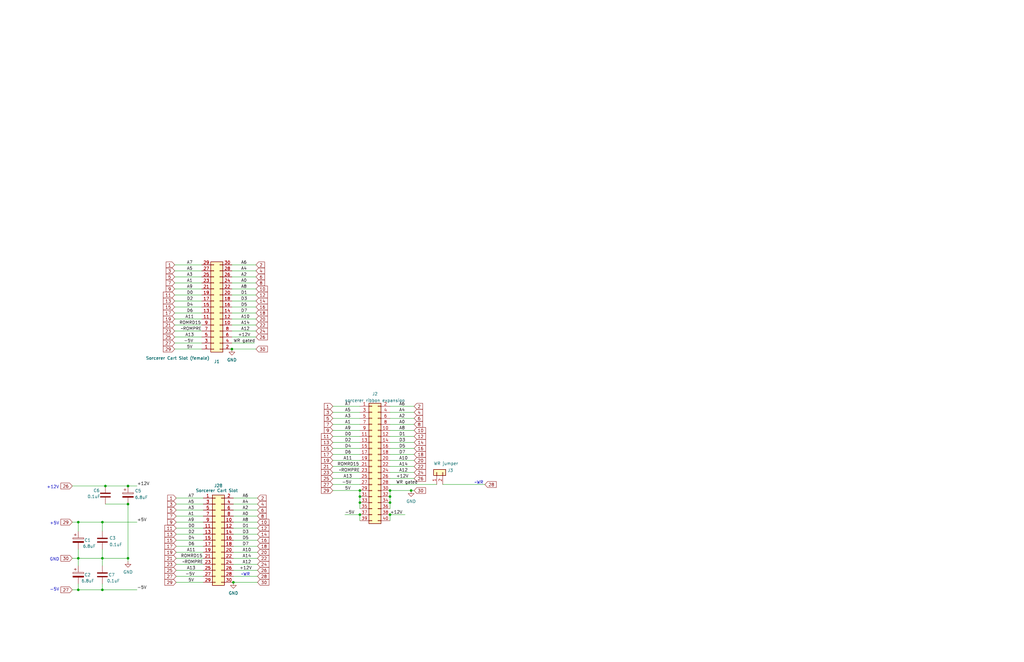
<source format=kicad_sch>
(kicad_sch (version 20211123) (generator eeschema)
  (paper "B")
  (lib_symbols
    (symbol "Connector_Generic:Conn_01x02" (pin_names (offset 1.016) hide)
      (property "Reference" "J" (at 0 2.54 0))
      (property "Value" "Conn_01x02" (at 0 -5.08 0))
      (symbol "Conn_01x02_1_1"
        (rectangle (start -1.27 -2.413) (end 0 -2.667) (stroke (width 0.1524)))
        (rectangle (start -1.27 0.127) (end 0 -0.127) (stroke (width 0.1524)))
        (rectangle (start -1.27 1.27) (end 1.27 -3.81) (stroke (width 0.254)) (fill (type background)))
        (pin passive line (at -5.08 0 0) (length 3.81) (name "Pin_1") (number "1"))
        (pin passive line (at -5.08 -2.54 0) (length 3.81) (name "Pin_2") (number "2"))
      )
    )
    (symbol "Connector_Generic:Conn_02x15_Odd_Even" (pin_names (offset 1.016) hide)
      (property "Reference" "J" (at 1.27 20.32 0))
      (property "Value" "Conn_02x15_Odd_Even" (at 1.27 -20.32 0))
      (symbol "Conn_02x15_Odd_Even_1_1"
        (rectangle (start -1.27 -17.653) (end 0 -17.907) (stroke (width 0.1524)))
        (rectangle (start -1.27 -15.113) (end 0 -15.367) (stroke (width 0.1524)))
        (rectangle (start -1.27 -12.573) (end 0 -12.827) (stroke (width 0.1524)))
        (rectangle (start -1.27 -10.033) (end 0 -10.287) (stroke (width 0.1524)))
        (rectangle (start -1.27 -7.493) (end 0 -7.747) (stroke (width 0.1524)))
        (rectangle (start -1.27 -4.953) (end 0 -5.207) (stroke (width 0.1524)))
        (rectangle (start -1.27 -2.413) (end 0 -2.667) (stroke (width 0.1524)))
        (rectangle (start -1.27 0.127) (end 0 -0.127) (stroke (width 0.1524)))
        (rectangle (start -1.27 2.667) (end 0 2.413) (stroke (width 0.1524)))
        (rectangle (start -1.27 5.207) (end 0 4.953) (stroke (width 0.1524)))
        (rectangle (start -1.27 7.747) (end 0 7.493) (stroke (width 0.1524)))
        (rectangle (start -1.27 10.287) (end 0 10.033) (stroke (width 0.1524)))
        (rectangle (start -1.27 12.827) (end 0 12.573) (stroke (width 0.1524)))
        (rectangle (start -1.27 15.367) (end 0 15.113) (stroke (width 0.1524)))
        (rectangle (start -1.27 17.907) (end 0 17.653) (stroke (width 0.1524)))
        (rectangle (start -1.27 19.05) (end 3.81 -19.05) (stroke (width 0.254)) (fill (type background)))
        (rectangle (start 3.81 -17.653) (end 2.54 -17.907) (stroke (width 0.1524)))
        (rectangle (start 3.81 -15.113) (end 2.54 -15.367) (stroke (width 0.1524)))
        (rectangle (start 3.81 -12.573) (end 2.54 -12.827) (stroke (width 0.1524)))
        (rectangle (start 3.81 -10.033) (end 2.54 -10.287) (stroke (width 0.1524)))
        (rectangle (start 3.81 -7.493) (end 2.54 -7.747) (stroke (width 0.1524)))
        (rectangle (start 3.81 -4.953) (end 2.54 -5.207) (stroke (width 0.1524)))
        (rectangle (start 3.81 -2.413) (end 2.54 -2.667) (stroke (width 0.1524)))
        (rectangle (start 3.81 0.127) (end 2.54 -0.127) (stroke (width 0.1524)))
        (rectangle (start 3.81 2.667) (end 2.54 2.413) (stroke (width 0.1524)))
        (rectangle (start 3.81 5.207) (end 2.54 4.953) (stroke (width 0.1524)))
        (rectangle (start 3.81 7.747) (end 2.54 7.493) (stroke (width 0.1524)))
        (rectangle (start 3.81 10.287) (end 2.54 10.033) (stroke (width 0.1524)))
        (rectangle (start 3.81 12.827) (end 2.54 12.573) (stroke (width 0.1524)))
        (rectangle (start 3.81 15.367) (end 2.54 15.113) (stroke (width 0.1524)))
        (rectangle (start 3.81 17.907) (end 2.54 17.653) (stroke (width 0.1524)))
        (pin passive line (at -5.08 17.78 0) (length 3.81) (name "Pin_1") (number "1"))
        (pin passive line (at 7.62 7.62 180) (length 3.81) (name "Pin_10") (number "10"))
        (pin passive line (at -5.08 5.08 0) (length 3.81) (name "Pin_11") (number "11"))
        (pin passive line (at 7.62 5.08 180) (length 3.81) (name "Pin_12") (number "12"))
        (pin passive line (at -5.08 2.54 0) (length 3.81) (name "Pin_13") (number "13"))
        (pin passive line (at 7.62 2.54 180) (length 3.81) (name "Pin_14") (number "14"))
        (pin passive line (at -5.08 0 0) (length 3.81) (name "Pin_15") (number "15"))
        (pin passive line (at 7.62 0 180) (length 3.81) (name "Pin_16") (number "16"))
        (pin passive line (at -5.08 -2.54 0) (length 3.81) (name "Pin_17") (number "17"))
        (pin passive line (at 7.62 -2.54 180) (length 3.81) (name "Pin_18") (number "18"))
        (pin passive line (at -5.08 -5.08 0) (length 3.81) (name "Pin_19") (number "19"))
        (pin passive line (at 7.62 17.78 180) (length 3.81) (name "Pin_2") (number "2"))
        (pin passive line (at 7.62 -5.08 180) (length 3.81) (name "Pin_20") (number "20"))
        (pin passive line (at -5.08 -7.62 0) (length 3.81) (name "Pin_21") (number "21"))
        (pin passive line (at 7.62 -7.62 180) (length 3.81) (name "Pin_22") (number "22"))
        (pin passive line (at -5.08 -10.16 0) (length 3.81) (name "Pin_23") (number "23"))
        (pin passive line (at 7.62 -10.16 180) (length 3.81) (name "Pin_24") (number "24"))
        (pin passive line (at -5.08 -12.7 0) (length 3.81) (name "Pin_25") (number "25"))
        (pin passive line (at 7.62 -12.7 180) (length 3.81) (name "Pin_26") (number "26"))
        (pin passive line (at -5.08 -15.24 0) (length 3.81) (name "Pin_27") (number "27"))
        (pin passive line (at 7.62 -15.24 180) (length 3.81) (name "Pin_28") (number "28"))
        (pin passive line (at -5.08 -17.78 0) (length 3.81) (name "Pin_29") (number "29"))
        (pin passive line (at -5.08 15.24 0) (length 3.81) (name "Pin_3") (number "3"))
        (pin passive line (at 7.62 -17.78 180) (length 3.81) (name "Pin_30") (number "30"))
        (pin passive line (at 7.62 15.24 180) (length 3.81) (name "Pin_4") (number "4"))
        (pin passive line (at -5.08 12.7 0) (length 3.81) (name "Pin_5") (number "5"))
        (pin passive line (at 7.62 12.7 180) (length 3.81) (name "Pin_6") (number "6"))
        (pin passive line (at -5.08 10.16 0) (length 3.81) (name "Pin_7") (number "7"))
        (pin passive line (at 7.62 10.16 180) (length 3.81) (name "Pin_8") (number "8"))
        (pin passive line (at -5.08 7.62 0) (length 3.81) (name "Pin_9") (number "9"))
      )
    )
    (symbol "Connector_Generic:Conn_02x20_Odd_Even" (pin_names (offset 1.016) hide)
      (property "Reference" "J" (at 1.27 25.4 0))
      (property "Value" "Conn_02x20_Odd_Even" (at 1.27 -27.94 0))
      (symbol "Conn_02x20_Odd_Even_1_1"
        (rectangle (start -1.27 -25.273) (end 0 -25.527) (stroke (width 0.1524)))
        (rectangle (start -1.27 -22.733) (end 0 -22.987) (stroke (width 0.1524)))
        (rectangle (start -1.27 -20.193) (end 0 -20.447) (stroke (width 0.1524)))
        (rectangle (start -1.27 -17.653) (end 0 -17.907) (stroke (width 0.1524)))
        (rectangle (start -1.27 -15.113) (end 0 -15.367) (stroke (width 0.1524)))
        (rectangle (start -1.27 -12.573) (end 0 -12.827) (stroke (width 0.1524)))
        (rectangle (start -1.27 -10.033) (end 0 -10.287) (stroke (width 0.1524)))
        (rectangle (start -1.27 -7.493) (end 0 -7.747) (stroke (width 0.1524)))
        (rectangle (start -1.27 -4.953) (end 0 -5.207) (stroke (width 0.1524)))
        (rectangle (start -1.27 -2.413) (end 0 -2.667) (stroke (width 0.1524)))
        (rectangle (start -1.27 0.127) (end 0 -0.127) (stroke (width 0.1524)))
        (rectangle (start -1.27 2.667) (end 0 2.413) (stroke (width 0.1524)))
        (rectangle (start -1.27 5.207) (end 0 4.953) (stroke (width 0.1524)))
        (rectangle (start -1.27 7.747) (end 0 7.493) (stroke (width 0.1524)))
        (rectangle (start -1.27 10.287) (end 0 10.033) (stroke (width 0.1524)))
        (rectangle (start -1.27 12.827) (end 0 12.573) (stroke (width 0.1524)))
        (rectangle (start -1.27 15.367) (end 0 15.113) (stroke (width 0.1524)))
        (rectangle (start -1.27 17.907) (end 0 17.653) (stroke (width 0.1524)))
        (rectangle (start -1.27 20.447) (end 0 20.193) (stroke (width 0.1524)))
        (rectangle (start -1.27 22.987) (end 0 22.733) (stroke (width 0.1524)))
        (rectangle (start -1.27 24.13) (end 3.81 -26.67) (stroke (width 0.254)) (fill (type background)))
        (rectangle (start 3.81 -25.273) (end 2.54 -25.527) (stroke (width 0.1524)))
        (rectangle (start 3.81 -22.733) (end 2.54 -22.987) (stroke (width 0.1524)))
        (rectangle (start 3.81 -20.193) (end 2.54 -20.447) (stroke (width 0.1524)))
        (rectangle (start 3.81 -17.653) (end 2.54 -17.907) (stroke (width 0.1524)))
        (rectangle (start 3.81 -15.113) (end 2.54 -15.367) (stroke (width 0.1524)))
        (rectangle (start 3.81 -12.573) (end 2.54 -12.827) (stroke (width 0.1524)))
        (rectangle (start 3.81 -10.033) (end 2.54 -10.287) (stroke (width 0.1524)))
        (rectangle (start 3.81 -7.493) (end 2.54 -7.747) (stroke (width 0.1524)))
        (rectangle (start 3.81 -4.953) (end 2.54 -5.207) (stroke (width 0.1524)))
        (rectangle (start 3.81 -2.413) (end 2.54 -2.667) (stroke (width 0.1524)))
        (rectangle (start 3.81 0.127) (end 2.54 -0.127) (stroke (width 0.1524)))
        (rectangle (start 3.81 2.667) (end 2.54 2.413) (stroke (width 0.1524)))
        (rectangle (start 3.81 5.207) (end 2.54 4.953) (stroke (width 0.1524)))
        (rectangle (start 3.81 7.747) (end 2.54 7.493) (stroke (width 0.1524)))
        (rectangle (start 3.81 10.287) (end 2.54 10.033) (stroke (width 0.1524)))
        (rectangle (start 3.81 12.827) (end 2.54 12.573) (stroke (width 0.1524)))
        (rectangle (start 3.81 15.367) (end 2.54 15.113) (stroke (width 0.1524)))
        (rectangle (start 3.81 17.907) (end 2.54 17.653) (stroke (width 0.1524)))
        (rectangle (start 3.81 20.447) (end 2.54 20.193) (stroke (width 0.1524)))
        (rectangle (start 3.81 22.987) (end 2.54 22.733) (stroke (width 0.1524)))
        (pin passive line (at -5.08 22.86 0) (length 3.81) (name "Pin_1") (number "1"))
        (pin passive line (at 7.62 12.7 180) (length 3.81) (name "Pin_10") (number "10"))
        (pin passive line (at -5.08 10.16 0) (length 3.81) (name "Pin_11") (number "11"))
        (pin passive line (at 7.62 10.16 180) (length 3.81) (name "Pin_12") (number "12"))
        (pin passive line (at -5.08 7.62 0) (length 3.81) (name "Pin_13") (number "13"))
        (pin passive line (at 7.62 7.62 180) (length 3.81) (name "Pin_14") (number "14"))
        (pin passive line (at -5.08 5.08 0) (length 3.81) (name "Pin_15") (number "15"))
        (pin passive line (at 7.62 5.08 180) (length 3.81) (name "Pin_16") (number "16"))
        (pin passive line (at -5.08 2.54 0) (length 3.81) (name "Pin_17") (number "17"))
        (pin passive line (at 7.62 2.54 180) (length 3.81) (name "Pin_18") (number "18"))
        (pin passive line (at -5.08 0 0) (length 3.81) (name "Pin_19") (number "19"))
        (pin passive line (at 7.62 22.86 180) (length 3.81) (name "Pin_2") (number "2"))
        (pin passive line (at 7.62 0 180) (length 3.81) (name "Pin_20") (number "20"))
        (pin passive line (at -5.08 -2.54 0) (length 3.81) (name "Pin_21") (number "21"))
        (pin passive line (at 7.62 -2.54 180) (length 3.81) (name "Pin_22") (number "22"))
        (pin passive line (at -5.08 -5.08 0) (length 3.81) (name "Pin_23") (number "23"))
        (pin passive line (at 7.62 -5.08 180) (length 3.81) (name "Pin_24") (number "24"))
        (pin passive line (at -5.08 -7.62 0) (length 3.81) (name "Pin_25") (number "25"))
        (pin passive line (at 7.62 -7.62 180) (length 3.81) (name "Pin_26") (number "26"))
        (pin passive line (at -5.08 -10.16 0) (length 3.81) (name "Pin_27") (number "27"))
        (pin passive line (at 7.62 -10.16 180) (length 3.81) (name "Pin_28") (number "28"))
        (pin passive line (at -5.08 -12.7 0) (length 3.81) (name "Pin_29") (number "29"))
        (pin passive line (at -5.08 20.32 0) (length 3.81) (name "Pin_3") (number "3"))
        (pin passive line (at 7.62 -12.7 180) (length 3.81) (name "Pin_30") (number "30"))
        (pin passive line (at -5.08 -15.24 0) (length 3.81) (name "Pin_31") (number "31"))
        (pin passive line (at 7.62 -15.24 180) (length 3.81) (name "Pin_32") (number "32"))
        (pin passive line (at -5.08 -17.78 0) (length 3.81) (name "Pin_33") (number "33"))
        (pin passive line (at 7.62 -17.78 180) (length 3.81) (name "Pin_34") (number "34"))
        (pin passive line (at -5.08 -20.32 0) (length 3.81) (name "Pin_35") (number "35"))
        (pin passive line (at 7.62 -20.32 180) (length 3.81) (name "Pin_36") (number "36"))
        (pin passive line (at -5.08 -22.86 0) (length 3.81) (name "Pin_37") (number "37"))
        (pin passive line (at 7.62 -22.86 180) (length 3.81) (name "Pin_38") (number "38"))
        (pin passive line (at -5.08 -25.4 0) (length 3.81) (name "Pin_39") (number "39"))
        (pin passive line (at 7.62 20.32 180) (length 3.81) (name "Pin_4") (number "4"))
        (pin passive line (at 7.62 -25.4 180) (length 3.81) (name "Pin_40") (number "40"))
        (pin passive line (at -5.08 17.78 0) (length 3.81) (name "Pin_5") (number "5"))
        (pin passive line (at 7.62 17.78 180) (length 3.81) (name "Pin_6") (number "6"))
        (pin passive line (at -5.08 15.24 0) (length 3.81) (name "Pin_7") (number "7"))
        (pin passive line (at 7.62 15.24 180) (length 3.81) (name "Pin_8") (number "8"))
        (pin passive line (at -5.08 12.7 0) (length 3.81) (name "Pin_9") (number "9"))
      )
    )
    (symbol "Device:C" (pin_numbers hide) (pin_names (offset 0.254))
      (property "Reference" "C" (at 0.635 2.54 0))
      (property "Value" "C" (at 0.635 -2.54 0))
      (symbol "C_0_1"
        (polyline (pts (xy -2.032 -0.762) (xy 2.032 -0.762)) (stroke (width 0.508)))
        (polyline (pts (xy -2.032 0.762) (xy 2.032 0.762)) (stroke (width 0.508)))
      )
      (symbol "C_1_1"
        (pin passive line (at 0 3.81 270) (length 2.794) (name "~") (number "1"))
        (pin passive line (at 0 -3.81 90) (length 2.794) (name "~") (number "2"))
      )
    )
    (symbol "Device:C_Polarized" (pin_numbers hide) (pin_names (offset 0.254))
      (property "Reference" "C" (at 0.635 2.54 0))
      (property "Value" "C_Polarized" (at 0.635 -2.54 0))
      (symbol "C_Polarized_0_1"
        (rectangle (start -2.286 0.508) (end 2.286 1.016))
        (polyline (pts (xy -1.778 2.286) (xy -0.762 2.286)))
        (polyline (pts (xy -1.27 2.794) (xy -1.27 1.778)))
        (rectangle (start 2.286 -0.508) (end -2.286 -1.016) (fill (type outline)))
      )
      (symbol "C_Polarized_1_1"
        (pin passive line (at 0 3.81 270) (length 2.794) (name "~") (number "1"))
        (pin passive line (at 0 -3.81 90) (length 2.794) (name "~") (number "2"))
      )
    )
    (symbol "power:GND" (power) (pin_names (offset 0))
      (property "Value" "GND" (at 0 -3.81 0))
      (symbol "GND_0_1"
        (polyline (pts (xy 0 0) (xy 0 -1.27) (xy 1.27 -1.27) (xy 0 -2.54) (xy -1.27 -1.27) (xy 0 -1.27)))
      )
      (symbol "GND_1_1"
        (pin power_in line (at 0 0 270) (length 0) hide (name "GND") (number "1"))
      )
    )
  )
  (junction (at 33.02 248.92))
  (junction (at 43.18 248.92))
  (junction (at 53.975 235.585))
  (junction (at 164.465 207.01))
  (junction (at 44.45 205.105))
  (junction (at 151.765 207.01))
  (junction (at 53.975 212.725))
  (junction (at 53.975 205.105))
  (junction (at 98.425 245.745))
  (junction (at 151.765 209.55))
  (junction (at 43.18 220.345))
  (junction (at 173.355 207.01))
  (junction (at 43.18 235.585))
  (junction (at 151.765 212.09))
  (junction (at 33.02 220.345))
  (junction (at 164.465 212.09))
  (junction (at 164.465 217.17))
  (junction (at 164.465 209.55))
  (junction (at 33.02 235.585))
  (junction (at 97.79 147.32))
  (junction (at 151.765 217.17))
  (wire (pts (xy 107.95 139.7) (xy 97.79 139.7)))
  (wire (pts (xy 73.66 129.54) (xy 85.09 129.54)))
  (wire (pts (xy 151.765 214.63) (xy 151.765 212.09)))
  (wire (pts (xy 43.18 220.345) (xy 57.785 220.345)))
  (wire (pts (xy 73.66 121.92) (xy 85.09 121.92)))
  (wire (pts (xy 73.66 134.62) (xy 85.09 134.62)))
  (wire (pts (xy 174.625 173.99) (xy 164.465 173.99)))
  (wire (pts (xy 173.355 207.01) (xy 174.625 207.01)))
  (wire (pts (xy 140.335 189.23) (xy 151.765 189.23)))
  (wire (pts (xy 73.66 139.7) (xy 85.09 139.7)))
  (wire (pts (xy 140.335 173.99) (xy 151.765 173.99)))
  (wire (pts (xy 73.66 142.24) (xy 85.09 142.24)))
  (wire (pts (xy 107.95 127) (xy 97.79 127)))
  (wire (pts (xy 53.975 212.725) (xy 53.975 235.585)))
  (wire (pts (xy 108.585 210.185) (xy 98.425 210.185)))
  (wire (pts (xy 74.295 233.045) (xy 85.725 233.045)))
  (wire (pts (xy 43.18 248.92) (xy 57.785 248.92)))
  (wire (pts (xy 73.66 137.16) (xy 85.09 137.16)))
  (wire (pts (xy 73.66 144.78) (xy 85.09 144.78)))
  (wire (pts (xy 33.02 235.585) (xy 33.02 238.76)))
  (wire (pts (xy 140.335 207.01) (xy 151.765 207.01)))
  (wire (pts (xy 74.295 227.965) (xy 85.725 227.965)))
  (wire (pts (xy 74.295 220.345) (xy 85.725 220.345)))
  (wire (pts (xy 164.465 209.55) (xy 164.465 207.01)))
  (wire (pts (xy 30.48 205.105) (xy 44.45 205.105)))
  (wire (pts (xy 108.585 212.725) (xy 98.425 212.725)))
  (wire (pts (xy 140.335 176.53) (xy 151.765 176.53)))
  (wire (pts (xy 33.02 220.345) (xy 33.02 224.155)))
  (wire (pts (xy 140.335 191.77) (xy 151.765 191.77)))
  (wire (pts (xy 74.295 217.805) (xy 85.725 217.805)))
  (wire (pts (xy 107.95 111.76) (xy 97.79 111.76)))
  (wire (pts (xy 140.335 194.31) (xy 151.765 194.31)))
  (wire (pts (xy 74.295 215.265) (xy 85.725 215.265)))
  (wire (pts (xy 184.15 204.47) (xy 164.465 204.47)))
  (wire (pts (xy 74.295 222.885) (xy 85.725 222.885)))
  (wire (pts (xy 73.66 116.84) (xy 85.09 116.84)))
  (wire (pts (xy 107.95 134.62) (xy 97.79 134.62)))
  (wire (pts (xy 74.295 225.425) (xy 85.725 225.425)))
  (wire (pts (xy 174.625 201.93) (xy 164.465 201.93)))
  (wire (pts (xy 107.95 137.16) (xy 97.79 137.16)))
  (wire (pts (xy 108.585 227.965) (xy 98.425 227.965)))
  (wire (pts (xy 73.66 111.76) (xy 85.09 111.76)))
  (wire (pts (xy 164.465 217.17) (xy 164.465 219.71)))
  (wire (pts (xy 74.295 230.505) (xy 85.725 230.505)))
  (wire (pts (xy 107.95 121.92) (xy 97.79 121.92)))
  (wire (pts (xy 174.625 184.15) (xy 164.465 184.15)))
  (wire (pts (xy 140.335 179.07) (xy 151.765 179.07)))
  (wire (pts (xy 73.66 119.38) (xy 85.09 119.38)))
  (wire (pts (xy 108.585 233.045) (xy 98.425 233.045)))
  (wire (pts (xy 98.425 245.745) (xy 108.585 245.745)))
  (wire (pts (xy 174.625 191.77) (xy 164.465 191.77)))
  (wire (pts (xy 97.79 144.78) (xy 107.315 144.78)))
  (wire (pts (xy 164.465 212.09) (xy 164.465 209.55)))
  (wire (pts (xy 140.335 204.47) (xy 151.765 204.47)))
  (wire (pts (xy 73.66 124.46) (xy 85.09 124.46)))
  (wire (pts (xy 43.18 235.585) (xy 53.975 235.585)))
  (wire (pts (xy 73.66 114.3) (xy 85.09 114.3)))
  (wire (pts (xy 140.335 184.15) (xy 151.765 184.15)))
  (wire (pts (xy 145.415 217.17) (xy 151.765 217.17)))
  (wire (pts (xy 107.95 129.54) (xy 97.79 129.54)))
  (wire (pts (xy 33.02 235.585) (xy 43.18 235.585)))
  (wire (pts (xy 108.585 220.345) (xy 98.425 220.345)))
  (wire (pts (xy 108.585 240.665) (xy 98.425 240.665)))
  (wire (pts (xy 107.95 142.24) (xy 97.79 142.24)))
  (wire (pts (xy 174.625 179.07) (xy 164.465 179.07)))
  (wire (pts (xy 107.95 114.3) (xy 97.79 114.3)))
  (wire (pts (xy 174.625 196.85) (xy 164.465 196.85)))
  (wire (pts (xy 33.02 248.92) (xy 33.02 246.38)))
  (wire (pts (xy 108.585 238.125) (xy 98.425 238.125)))
  (wire (pts (xy 30.48 248.92) (xy 33.02 248.92)))
  (wire (pts (xy 107.95 119.38) (xy 97.79 119.38)))
  (wire (pts (xy 30.48 220.345) (xy 33.02 220.345)))
  (wire (pts (xy 174.625 176.53) (xy 164.465 176.53)))
  (wire (pts (xy 33.02 235.585) (xy 33.02 231.775)))
  (wire (pts (xy 97.79 147.32) (xy 107.95 147.32)))
  (wire (pts (xy 74.295 235.585) (xy 85.725 235.585)))
  (wire (pts (xy 74.295 238.125) (xy 85.725 238.125)))
  (wire (pts (xy 174.625 194.31) (xy 164.465 194.31)))
  (wire (pts (xy 43.18 235.585) (xy 43.18 231.775)))
  (wire (pts (xy 108.585 230.505) (xy 98.425 230.505)))
  (wire (pts (xy 108.585 225.425) (xy 98.425 225.425)))
  (wire (pts (xy 73.66 147.32) (xy 85.09 147.32)))
  (wire (pts (xy 164.465 207.01) (xy 173.355 207.01)))
  (wire (pts (xy 33.02 248.92) (xy 43.18 248.92)))
  (wire (pts (xy 74.295 245.745) (xy 85.725 245.745)))
  (wire (pts (xy 107.95 132.08) (xy 97.79 132.08)))
  (wire (pts (xy 107.95 124.46) (xy 97.79 124.46)))
  (wire (pts (xy 108.585 217.805) (xy 98.425 217.805)))
  (wire (pts (xy 151.765 217.17) (xy 151.765 219.71)))
  (wire (pts (xy 108.585 235.585) (xy 98.425 235.585)))
  (wire (pts (xy 30.48 235.585) (xy 33.02 235.585)))
  (wire (pts (xy 164.465 217.17) (xy 170.815 217.17)))
  (wire (pts (xy 140.335 181.61) (xy 151.765 181.61)))
  (wire (pts (xy 53.975 205.105) (xy 57.785 205.105)))
  (wire (pts (xy 140.335 199.39) (xy 151.765 199.39)))
  (wire (pts (xy 140.335 196.85) (xy 151.765 196.85)))
  (wire (pts (xy 73.66 132.08) (xy 85.09 132.08)))
  (wire (pts (xy 43.18 248.92) (xy 43.18 246.38)))
  (wire (pts (xy 140.335 171.45) (xy 151.765 171.45)))
  (wire (pts (xy 174.625 171.45) (xy 164.465 171.45)))
  (wire (pts (xy 74.295 210.185) (xy 85.725 210.185)))
  (wire (pts (xy 53.975 236.855) (xy 53.975 235.585)))
  (wire (pts (xy 108.585 215.265) (xy 98.425 215.265)))
  (wire (pts (xy 43.18 235.585) (xy 43.18 238.76)))
  (wire (pts (xy 174.625 181.61) (xy 164.465 181.61)))
  (wire (pts (xy 107.95 116.84) (xy 97.79 116.84)))
  (wire (pts (xy 73.66 127) (xy 85.09 127)))
  (wire (pts (xy 44.45 205.105) (xy 53.975 205.105)))
  (wire (pts (xy 108.585 243.205) (xy 98.425 243.205)))
  (wire (pts (xy 108.585 222.885) (xy 98.425 222.885)))
  (wire (pts (xy 174.625 199.39) (xy 164.465 199.39)))
  (wire (pts (xy 164.465 214.63) (xy 164.465 212.09)))
  (wire (pts (xy 140.335 201.93) (xy 151.765 201.93)))
  (wire (pts (xy 33.02 220.345) (xy 43.18 220.345)))
  (wire (pts (xy 174.625 186.69) (xy 164.465 186.69)))
  (wire (pts (xy 74.295 212.725) (xy 85.725 212.725)))
  (wire (pts (xy 74.295 243.205) (xy 85.725 243.205)))
  (wire (pts (xy 204.47 204.47) (xy 186.69 204.47)))
  (wire (pts (xy 174.625 189.23) (xy 164.465 189.23)))
  (wire (pts (xy 140.335 186.69) (xy 151.765 186.69)))
  (wire (pts (xy 151.765 209.55) (xy 151.765 207.01)))
  (wire (pts (xy 43.18 220.345) (xy 43.18 224.155)))
  (wire (pts (xy 151.765 212.09) (xy 151.765 209.55)))
  (wire (pts (xy 44.45 212.725) (xy 53.975 212.725)))
  (wire (pts (xy 74.295 240.665) (xy 85.725 240.665)))
  (text "+5V" (at 20.955 221.615 0) (effects (font (size 1.27 1.27)) (justify left bottom)))
  (text "-5V" (at 20.955 249.555 0) (effects (font (size 1.27 1.27)) (justify left bottom)))
  (text "~WR" (at 200.025 204.47 0) (effects (font (size 1.27 1.27)) (justify left bottom)))
  (text "~WR" (at 101.6 243.205 0) (effects (font (size 1.27 1.27)) (justify left bottom)))
  (text "+12V" (at 19.685 206.375 0) (effects (font (size 1.27 1.27)) (justify left bottom)))
  (text "GND" (at 20.955 236.855 0) (effects (font (size 1.27 1.27)) (justify left bottom)))
  (label "D7" (at 168.275 191.77 0))
  (label "D1" (at 102.235 222.885 0))
  (label "~ROMPRE" (at 76.2 139.7 0))
  (label "D2" (at 78.74 127 0))
  (label "A4" (at 102.235 212.725 0))
  (label "A11" (at 78.74 233.045 0))
  (label "D2" (at 145.415 186.69 0))
  (label "A8" (at 102.235 220.345 0))
  (label "-5V" (at 145.415 217.17 0))
  (label "ROMRD15" (at 76.2 235.585 0))
  (label "A0" (at 101.6 119.38 0))
  (label "D4" (at 145.415 189.23 0))
  (label "D0" (at 79.375 222.885 0))
  (label "5V" (at 79.375 245.745 0))
  (label "D7" (at 102.235 230.505 0))
  (label "D3" (at 168.275 186.69 0))
  (label "+12V" (at 164.465 217.17 0))
  (label "A14" (at 102.235 235.585 0))
  (label "D1" (at 168.275 184.15 0))
  (label "A7" (at 79.375 210.185 0))
  (label "A3" (at 78.74 116.84 0))
  (label "~ROMPRE" (at 142.875 199.39 0))
  (label "A11" (at 144.78 194.31 0))
  (label "A4" (at 101.6 114.3 0))
  (label "-5V" (at 77.47 144.78 0))
  (label "D3" (at 102.235 225.425 0))
  (label "D6" (at 145.415 191.77 0))
  (label "A3" (at 79.375 215.265 0))
  (label "A2" (at 101.6 116.84 0))
  (label "D6" (at 79.375 230.505 0))
  (label "A13" (at 78.74 240.665 0))
  (label "A7" (at 145.415 171.45 0))
  (label "A12" (at 101.6 139.7 0))
  (label "A0" (at 168.275 179.07 0))
  (label "A1" (at 78.74 119.38 0))
  (label "5V" (at 145.415 207.01 0))
  (label "A1" (at 145.415 179.07 0))
  (label "A14" (at 101.6 137.16 0))
  (label "A4" (at 168.275 173.99 0))
  (label "WR gated" (at 98.425 144.78 0))
  (label "+5V" (at 57.785 220.345 0))
  (label "D1" (at 101.6 124.46 0))
  (label "-5V" (at 144.145 204.47 0))
  (label "ROMRD15" (at 142.24 196.85 0))
  (label "+12V" (at 57.785 205.105 0))
  (label "A11" (at 78.105 134.62 0))
  (label "D2" (at 79.375 225.425 0))
  (label "A1" (at 79.375 217.805 0))
  (label "A3" (at 145.415 176.53 0))
  (label "-5V" (at 57.785 248.92 0))
  (label "+12V" (at 100.965 240.665 0))
  (label "WR gated" (at 167.005 204.47 0))
  (label "D3" (at 101.6 127 0))
  (label "ROMRD15" (at 75.565 137.16 0))
  (label "A5" (at 78.74 114.3 0))
  (label "A13" (at 78.105 142.24 0))
  (label "A12" (at 168.275 199.39 0))
  (label "A7" (at 78.74 111.76 0))
  (label "A6" (at 102.235 210.185 0))
  (label "A9" (at 79.375 220.345 0))
  (label "~ROMPRE" (at 76.835 238.125 0))
  (label "5V" (at 78.74 147.32 0))
  (label "A12" (at 102.235 238.125 0))
  (label "A5" (at 145.415 173.99 0))
  (label "A9" (at 145.415 181.61 0))
  (label "D4" (at 78.74 129.54 0))
  (label "A2" (at 168.275 176.53 0))
  (label "D5" (at 102.235 227.965 0))
  (label "A2" (at 102.235 215.265 0))
  (label "A8" (at 101.6 121.92 0))
  (label "A10" (at 101.6 134.62 0))
  (label "A14" (at 168.275 196.85 0))
  (label "A5" (at 79.375 212.725 0))
  (label "D5" (at 101.6 129.54 0))
  (label "A0" (at 102.235 217.805 0))
  (label "D0" (at 78.74 124.46 0))
  (label "+12V" (at 167.005 201.93 0))
  (label "A10" (at 168.275 194.31 0))
  (label "D5" (at 168.275 189.23 0))
  (label "A6" (at 168.275 171.45 0))
  (label "D4" (at 79.375 227.965 0))
  (label "-5V" (at 78.105 243.205 0))
  (label "A8" (at 168.275 181.61 0))
  (label "D0" (at 145.415 184.15 0))
  (label "+12V" (at 100.33 142.24 0))
  (label "D6" (at 78.74 132.08 0))
  (label "A10" (at 102.235 233.045 0))
  (label "A13" (at 144.78 201.93 0))
  (label "D7" (at 101.6 132.08 0))
  (label "A9" (at 78.74 121.92 0))
  (label "A6" (at 101.6 111.76 0))
  (global_label "4" (shape input) (at 108.585 212.725 0) (property "Intersheet References" "${INTERSHEET_REFS}" (effects hide)))
  (global_label "18" (shape input) (at 107.95 132.08 0) (property "Intersheet References" "${INTERSHEET_REFS}" (effects hide)))
  (global_label "15" (shape input) (at 74.295 227.965 180) (property "Intersheet References" "${INTERSHEET_REFS}" (effects hide)))
  (global_label "30" (shape input) (at 107.95 147.32 0) (property "Intersheet References" "${INTERSHEET_REFS}" (effects hide)))
  (global_label "4" (shape input) (at 174.625 173.99 0) (property "Intersheet References" "${INTERSHEET_REFS}" (effects hide)))
  (global_label "25" (shape input) (at 140.335 201.93 180) (property "Intersheet References" "${INTERSHEET_REFS}" (effects hide)))
  (global_label "16" (shape input) (at 107.95 129.54 0) (property "Intersheet References" "${INTERSHEET_REFS}" (effects hide)))
  (global_label "26" (shape input) (at 30.48 205.105 180) (property "Intersheet References" "${INTERSHEET_REFS}" (effects hide)))
  (global_label "12" (shape input) (at 174.625 184.15 0) (property "Intersheet References" "${INTERSHEET_REFS}" (effects hide)))
  (global_label "11" (shape input) (at 74.295 222.885 180) (property "Intersheet References" "${INTERSHEET_REFS}" (effects hide)))
  (global_label "6" (shape input) (at 174.625 176.53 0) (property "Intersheet References" "${INTERSHEET_REFS}" (effects hide)))
  (global_label "1" (shape input) (at 140.335 171.45 180) (property "Intersheet References" "${INTERSHEET_REFS}" (effects hide)))
  (global_label "3" (shape input) (at 74.295 212.725 180) (property "Intersheet References" "${INTERSHEET_REFS}" (effects hide)))
  (global_label "13" (shape input) (at 140.335 186.69 180) (property "Intersheet References" "${INTERSHEET_REFS}" (effects hide)))
  (global_label "20" (shape input) (at 174.625 194.31 0) (property "Intersheet References" "${INTERSHEET_REFS}" (effects hide)))
  (global_label "3" (shape input) (at 73.66 114.3 180) (property "Intersheet References" "${INTERSHEET_REFS}" (effects hide)))
  (global_label "2" (shape input) (at 174.625 171.45 0) (property "Intersheet References" "${INTERSHEET_REFS}" (effects hide)))
  (global_label "1" (shape input) (at 74.295 210.185 180) (property "Intersheet References" "${INTERSHEET_REFS}" (effects hide)))
  (global_label "24" (shape input) (at 108.585 238.125 0) (property "Intersheet References" "${INTERSHEET_REFS}" (effects hide)))
  (global_label "17" (shape input) (at 73.66 132.08 180) (property "Intersheet References" "${INTERSHEET_REFS}" (effects hide)))
  (global_label "28" (shape input) (at 204.47 204.47 0) (property "Intersheet References" "${INTERSHEET_REFS}" (effects hide)))
  (global_label "9" (shape input) (at 140.335 181.61 180) (property "Intersheet References" "${INTERSHEET_REFS}" (effects hide)))
  (global_label "19" (shape input) (at 140.335 194.31 180) (property "Intersheet References" "${INTERSHEET_REFS}" (effects hide)))
  (global_label "13" (shape input) (at 74.295 225.425 180) (property "Intersheet References" "${INTERSHEET_REFS}" (effects hide)))
  (global_label "16" (shape input) (at 174.625 189.23 0) (property "Intersheet References" "${INTERSHEET_REFS}" (effects hide)))
  (global_label "7" (shape input) (at 73.66 119.38 180) (property "Intersheet References" "${INTERSHEET_REFS}" (effects hide)))
  (global_label "25" (shape input) (at 73.66 142.24 180) (property "Intersheet References" "${INTERSHEET_REFS}" (effects hide)))
  (global_label "8" (shape input) (at 108.585 217.805 0) (property "Intersheet References" "${INTERSHEET_REFS}" (effects hide)))
  (global_label "14" (shape input) (at 107.95 127 0) (property "Intersheet References" "${INTERSHEET_REFS}" (effects hide)))
  (global_label "10" (shape input) (at 108.585 220.345 0) (property "Intersheet References" "${INTERSHEET_REFS}" (effects hide)))
  (global_label "16" (shape input) (at 108.585 227.965 0) (property "Intersheet References" "${INTERSHEET_REFS}" (effects hide)))
  (global_label "2" (shape input) (at 107.95 111.76 0) (property "Intersheet References" "${INTERSHEET_REFS}" (effects hide)))
  (global_label "19" (shape input) (at 74.295 233.045 180) (property "Intersheet References" "${INTERSHEET_REFS}" (effects hide)))
  (global_label "20" (shape input) (at 107.95 134.62 0) (property "Intersheet References" "${INTERSHEET_REFS}" (effects hide)))
  (global_label "21" (shape input) (at 73.66 137.16 180) (property "Intersheet References" "${INTERSHEET_REFS}" (effects hide)))
  (global_label "17" (shape input) (at 74.295 230.505 180) (property "Intersheet References" "${INTERSHEET_REFS}" (effects hide)))
  (global_label "17" (shape input) (at 140.335 191.77 180) (property "Intersheet References" "${INTERSHEET_REFS}" (effects hide)))
  (global_label "24" (shape input) (at 174.625 199.39 0) (property "Intersheet References" "${INTERSHEET_REFS}" (effects hide)))
  (global_label "26" (shape input) (at 108.585 240.665 0) (property "Intersheet References" "${INTERSHEET_REFS}" (effects hide)))
  (global_label "10" (shape input) (at 107.95 121.92 0) (property "Intersheet References" "${INTERSHEET_REFS}" (effects hide)))
  (global_label "23" (shape input) (at 73.66 139.7 180) (property "Intersheet References" "${INTERSHEET_REFS}" (effects hide)))
  (global_label "22" (shape input) (at 174.625 196.85 0) (property "Intersheet References" "${INTERSHEET_REFS}" (effects hide)))
  (global_label "20" (shape input) (at 108.585 233.045 0) (property "Intersheet References" "${INTERSHEET_REFS}" (effects hide)))
  (global_label "30" (shape input) (at 108.585 245.745 0) (property "Intersheet References" "${INTERSHEET_REFS}" (effects hide)))
  (global_label "25" (shape input) (at 74.295 240.665 180) (property "Intersheet References" "${INTERSHEET_REFS}" (effects hide)))
  (global_label "10" (shape input) (at 174.625 181.61 0) (property "Intersheet References" "${INTERSHEET_REFS}" (effects hide)))
  (global_label "12" (shape input) (at 107.95 124.46 0) (property "Intersheet References" "${INTERSHEET_REFS}" (effects hide)))
  (global_label "30" (shape input) (at 174.625 207.01 0) (property "Intersheet References" "${INTERSHEET_REFS}" (effects hide)))
  (global_label "21" (shape input) (at 140.335 196.85 180) (property "Intersheet References" "${INTERSHEET_REFS}" (effects hide)))
  (global_label "2" (shape input) (at 108.585 210.185 0) (property "Intersheet References" "${INTERSHEET_REFS}" (effects hide)))
  (global_label "19" (shape input) (at 73.66 134.62 180) (property "Intersheet References" "${INTERSHEET_REFS}" (effects hide)))
  (global_label "12" (shape input) (at 108.585 222.885 0) (property "Intersheet References" "${INTERSHEET_REFS}" (effects hide)))
  (global_label "5" (shape input) (at 73.66 116.84 180) (property "Intersheet References" "${INTERSHEET_REFS}" (effects hide)))
  (global_label "7" (shape input) (at 140.335 179.07 180) (property "Intersheet References" "${INTERSHEET_REFS}" (effects hide)))
  (global_label "3" (shape input) (at 140.335 173.99 180) (property "Intersheet References" "${INTERSHEET_REFS}" (effects hide)))
  (global_label "28" (shape input) (at 108.585 243.205 0) (property "Intersheet References" "${INTERSHEET_REFS}" (effects hide)))
  (global_label "27" (shape input) (at 73.66 144.78 180) (property "Intersheet References" "${INTERSHEET_REFS}" (effects hide)))
  (global_label "4" (shape input) (at 107.95 114.3 0) (property "Intersheet References" "${INTERSHEET_REFS}" (effects hide)))
  (global_label "26" (shape input) (at 174.625 201.93 0) (property "Intersheet References" "${INTERSHEET_REFS}" (effects hide)))
  (global_label "8" (shape input) (at 174.625 179.07 0) (property "Intersheet References" "${INTERSHEET_REFS}" (effects hide)))
  (global_label "9" (shape input) (at 73.66 121.92 180) (property "Intersheet References" "${INTERSHEET_REFS}" (effects hide)))
  (global_label "15" (shape input) (at 140.335 189.23 180) (property "Intersheet References" "${INTERSHEET_REFS}" (effects hide)))
  (global_label "18" (shape input) (at 108.585 230.505 0) (property "Intersheet References" "${INTERSHEET_REFS}" (effects hide)))
  (global_label "24" (shape input) (at 107.95 139.7 0) (property "Intersheet References" "${INTERSHEET_REFS}" (effects hide)))
  (global_label "7" (shape input) (at 74.295 217.805 180) (property "Intersheet References" "${INTERSHEET_REFS}" (effects hide)))
  (global_label "15" (shape input) (at 73.66 129.54 180) (property "Intersheet References" "${INTERSHEET_REFS}" (effects hide)))
  (global_label "26" (shape input) (at 107.95 142.24 0) (property "Intersheet References" "${INTERSHEET_REFS}" (effects hide)))
  (global_label "5" (shape input) (at 140.335 176.53 180) (property "Intersheet References" "${INTERSHEET_REFS}" (effects hide)))
  (global_label "29" (shape input) (at 74.295 245.745 180) (property "Intersheet References" "${INTERSHEET_REFS}" (effects hide)))
  (global_label "18" (shape input) (at 174.625 191.77 0) (property "Intersheet References" "${INTERSHEET_REFS}" (effects hide)))
  (global_label "1" (shape input) (at 73.66 111.76 180) (property "Intersheet References" "${INTERSHEET_REFS}" (effects hide)))
  (global_label "27" (shape input) (at 140.335 204.47 180) (property "Intersheet References" "${INTERSHEET_REFS}" (effects hide)))
  (global_label "14" (shape input) (at 174.625 186.69 0) (property "Intersheet References" "${INTERSHEET_REFS}" (effects hide)))
  (global_label "9" (shape input) (at 74.295 220.345 180) (property "Intersheet References" "${INTERSHEET_REFS}" (effects hide)))
  (global_label "29" (shape input) (at 73.66 147.32 180) (property "Intersheet References" "${INTERSHEET_REFS}" (effects hide)))
  (global_label "11" (shape input) (at 73.66 124.46 180) (property "Intersheet References" "${INTERSHEET_REFS}" (effects hide)))
  (global_label "6" (shape input) (at 107.95 116.84 0) (property "Intersheet References" "${INTERSHEET_REFS}" (effects hide)))
  (global_label "22" (shape input) (at 107.95 137.16 0) (property "Intersheet References" "${INTERSHEET_REFS}" (effects hide)))
  (global_label "27" (shape input) (at 30.48 248.92 180) (property "Intersheet References" "${INTERSHEET_REFS}" (effects hide)))
  (global_label "29" (shape input) (at 30.48 220.345 180) (property "Intersheet References" "${INTERSHEET_REFS}" (effects hide)))
  (global_label "6" (shape input) (at 108.585 215.265 0) (property "Intersheet References" "${INTERSHEET_REFS}" (effects hide)))
  (global_label "27" (shape input) (at 74.295 243.205 180) (property "Intersheet References" "${INTERSHEET_REFS}" (effects hide)))
  (global_label "22" (shape input) (at 108.585 235.585 0) (property "Intersheet References" "${INTERSHEET_REFS}" (effects hide)))
  (global_label "11" (shape input) (at 140.335 184.15 180) (property "Intersheet References" "${INTERSHEET_REFS}" (effects hide)))
  (global_label "21" (shape input) (at 74.295 235.585 180) (property "Intersheet References" "${INTERSHEET_REFS}" (effects hide)))
  (global_label "30" (shape input) (at 30.48 235.585 180) (property "Intersheet References" "${INTERSHEET_REFS}" (effects hide)))
  (global_label "23" (shape input) (at 74.295 238.125 180) (property "Intersheet References" "${INTERSHEET_REFS}" (effects hide)))
  (global_label "23" (shape input) (at 140.335 199.39 180) (property "Intersheet References" "${INTERSHEET_REFS}" (effects hide)))
  (global_label "8" (shape input) (at 107.95 119.38 0) (property "Intersheet References" "${INTERSHEET_REFS}" (effects hide)))
  (global_label "29" (shape input) (at 140.335 207.01 180) (property "Intersheet References" "${INTERSHEET_REFS}" (effects hide)))
  (global_label "13" (shape input) (at 73.66 127 180) (property "Intersheet References" "${INTERSHEET_REFS}" (effects hide)))
  (global_label "14" (shape input) (at 108.585 225.425 0) (property "Intersheet References" "${INTERSHEET_REFS}" (effects hide)))
  (global_label "5" (shape input) (at 74.295 215.265 180) (property "Intersheet References" "${INTERSHEET_REFS}" (effects hide)))
  (symbol (lib_id "Device:C_Polarized") (at 33.02 227.965 0) (unit 1)
    (property "Reference" "C1" (at 35.56 227.965 0) (effects (justify left)))
    (property "Value" "6.8uF" (at 34.925 230.505 0) (effects (justify left)))
    (property "Footprint" "Capacitor_THT:CP_Radial_Tantal_D4.5mm_P5.00mm" (effects hide))
  )
  (symbol (lib_id "Device:C_Polarized") (at 53.975 208.915 0) (unit 1)
    (property "Reference" "C5" (at 56.896 207.1175 0) (effects (justify left)))
    (property "Value" "6.8uF" (at 56.896 209.8926 0) (effects (justify left)))
    (property "Footprint" "Capacitor_THT:CP_Radial_Tantal_D4.5mm_P5.00mm" (effects hide))
  )
  (symbol (lib_id "power:GND") (at 173.355 207.01 0) (unit 1)
    (property "Reference" "#PWR0101" (effects hide))
    (property "Value" "GND" (at 173.355 211.5725 0))
  )
  (symbol (lib_id "power:GND") (at 53.975 236.855 0) (unit 1)
    (property "Reference" "#PWR04" (effects hide))
    (property "Value" "GND" (at 53.975 241.4175 0))
  )
  (symbol (lib_id "Device:C_Polarized") (at 33.02 242.57 0) (unit 1)
    (property "Reference" "C2" (at 35.56 242.57 0) (effects (justify left)))
    (property "Value" "6.8uF" (at 34.29 245.11 0) (effects (justify left)))
    (property "Footprint" "Capacitor_THT:CP_Radial_Tantal_D4.5mm_P5.00mm" (effects hide))
  )
  (symbol (lib_id "Device:C") (at 43.18 227.965 0) (unit 1)
    (property "Reference" "C3" (at 46.101 227.0565 0) (effects (justify left)))
    (property "Value" "0.1uF" (at 46.101 229.8316 0) (effects (justify left)))
    (property "Footprint" "Capacitor_THT:C_Disc_D4.3mm_W1.9mm_P5.00mm" (effects hide))
  )
  (symbol (lib_id "Connector_Generic:Conn_02x15_Odd_Even") (at 90.805 227.965 0) (unit 1)
    (property "Reference" "J28" (at 92.075 204.9485 0))
    (property "Value" "Sorcerer Cart Slot" (at 91.44 207.01 0))
    (property "Footprint" "Evan's misc parts:edge mounted 30 pin card edge connector (2x15 pin)" (effects hide))
  )
  (symbol (lib_id "Connector_Generic:Conn_02x15_Odd_Even") (at 90.17 129.54 0) (mirror x) (unit 1)
    (property "Reference" "J1" (at 91.44 152.5565 0))
    (property "Value" "Sorcerer Cart Slot (female)" (at 74.93 151.13 0))
    (property "Footprint" "Evan's misc parts:edge mounted 30 pin card edge connector (2x15 pin)" (effects hide))
  )
  (symbol (lib_id "power:GND") (at 98.425 245.745 0) (unit 1)
    (property "Reference" "#PWR07" (effects hide))
    (property "Value" "GND" (at 98.425 250.3075 0))
  )
  (symbol (lib_id "Connector_Generic:Conn_01x02") (at 184.15 199.39 90) (unit 1)
    (property "Reference" "J3" (at 188.722 198.4815 90) (effects (justify right)))
    (property "Value" "WR jumper" (at 182.88 195.58 90) (effects (justify right)))
    (property "Footprint" "Jumper:SolderJumper-2_P1.3mm_Open_RoundedPad1.0x1.5mm" (effects hide))
  )
  (symbol (lib_id "Device:C") (at 44.45 208.915 0) (unit 1)
    (property "Reference" "C6" (at 39.37 207.01 0) (effects (justify left)))
    (property "Value" "0.1uF" (at 36.83 209.55 0) (effects (justify left)))
    (property "Footprint" "Capacitor_THT:C_Disc_D4.3mm_W1.9mm_P5.00mm" (effects hide))
  )
  (symbol (lib_id "power:GND") (at 97.79 147.32 0) (unit 1)
    (property "Reference" "#PWR01" (effects hide))
    (property "Value" "GND" (at 97.79 151.8825 0))
  )
  (symbol (lib_id "Connector_Generic:Conn_02x20_Odd_Even") (at 156.845 194.31 0) (unit 1)
    (property "Reference" "J2" (at 158.115 166.2135 0))
    (property "Value" "sorcerer ribbon expansion" (at 158.115 168.9886 0))
    (property "Footprint" "Connector_PinHeader_2.54mm:PinHeader_2x20_P2.54mm_Vertical" (effects hide))
  )
  (symbol (lib_id "Device:C") (at 43.18 242.57 0) (unit 1)
    (property "Reference" "C7" (at 45.72 242.57 0) (effects (justify left)))
    (property "Value" "0.1uF" (at 45.085 245.11 0) (effects (justify left)))
    (property "Footprint" "Capacitor_THT:C_Disc_D4.3mm_W1.9mm_P5.00mm" (effects hide))
  )
)
</source>
